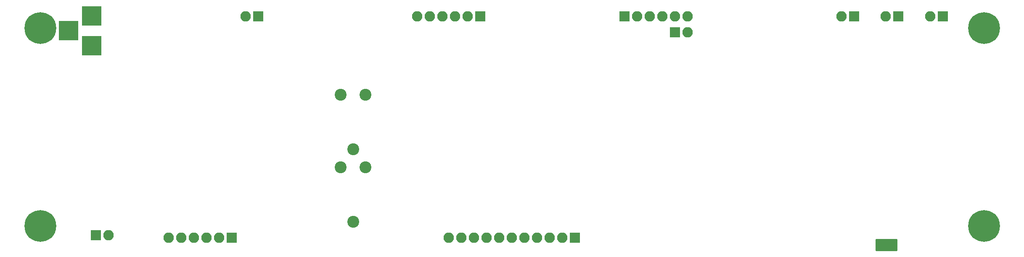
<source format=gbs>
G04 #@! TF.FileFunction,Soldermask,Bot*
%FSLAX46Y46*%
G04 Gerber Fmt 4.6, Leading zero omitted, Abs format (unit mm)*
G04 Created by KiCad (PCBNEW 4.0.5) date Sunday, August 20, 2017 'PMt' 09:04:34 PM*
%MOMM*%
%LPD*%
G01*
G04 APERTURE LIST*
%ADD10C,0.100000*%
%ADD11C,6.400000*%
%ADD12C,1.000000*%
%ADD13C,2.400000*%
%ADD14R,3.900000X3.900000*%
%ADD15R,2.100000X2.100000*%
%ADD16O,2.100000X2.100000*%
%ADD17C,0.254000*%
G04 APERTURE END LIST*
D10*
D11*
X233760000Y-68627000D03*
D12*
X231510000Y-68627000D03*
X232169010Y-67036010D03*
X233760000Y-66377000D03*
X235350990Y-67036010D03*
X236010000Y-68627000D03*
X235350990Y-70217990D03*
X233760000Y-70877000D03*
X232169010Y-70217990D03*
D13*
X106730800Y-93091000D03*
X104230800Y-82091000D03*
X109230800Y-82091000D03*
X106730800Y-107735000D03*
X104230800Y-96735000D03*
X109230800Y-96735000D03*
D14*
X54143000Y-72150000D03*
X54143000Y-66150000D03*
X49443000Y-69150000D03*
D15*
X82296000Y-110998000D03*
D16*
X79756000Y-110998000D03*
X77216000Y-110998000D03*
X74676000Y-110998000D03*
X72136000Y-110998000D03*
X69596000Y-110998000D03*
D15*
X87630000Y-66294000D03*
D16*
X85090000Y-66294000D03*
D15*
X225488500Y-66294000D03*
D16*
X222948500Y-66294000D03*
D15*
X216471500Y-66294000D03*
D16*
X213931500Y-66294000D03*
D15*
X207581500Y-66294000D03*
D16*
X205041500Y-66294000D03*
D15*
X151384000Y-110998000D03*
D16*
X148844000Y-110998000D03*
X146304000Y-110998000D03*
X143764000Y-110998000D03*
X141224000Y-110998000D03*
X138684000Y-110998000D03*
X136144000Y-110998000D03*
X133604000Y-110998000D03*
X131064000Y-110998000D03*
X128524000Y-110998000D03*
X125984000Y-110998000D03*
D15*
X132334000Y-66294000D03*
D16*
X129794000Y-66294000D03*
X127254000Y-66294000D03*
X124714000Y-66294000D03*
X122174000Y-66294000D03*
X119634000Y-66294000D03*
D15*
X161417000Y-66294000D03*
D16*
X163957000Y-66294000D03*
X166497000Y-66294000D03*
X169037000Y-66294000D03*
X171577000Y-66294000D03*
X174117000Y-66294000D03*
D15*
X54991000Y-110490000D03*
D16*
X57531000Y-110490000D03*
D15*
X171577000Y-69469000D03*
D16*
X174117000Y-69469000D03*
D11*
X43760000Y-68627000D03*
D12*
X41510000Y-68627000D03*
X42169010Y-67036010D03*
X43760000Y-66377000D03*
X45350990Y-67036010D03*
X46010000Y-68627000D03*
X45350990Y-70217990D03*
X43760000Y-70877000D03*
X42169010Y-70217990D03*
D11*
X43760000Y-108627000D03*
D12*
X41510000Y-108627000D03*
X42169010Y-107036010D03*
X43760000Y-106377000D03*
X45350990Y-107036010D03*
X46010000Y-108627000D03*
X45350990Y-110217990D03*
X43760000Y-110877000D03*
X42169010Y-110217990D03*
D11*
X233760000Y-108627000D03*
D12*
X231510000Y-108627000D03*
X232169010Y-107036010D03*
X233760000Y-106377000D03*
X235350990Y-107036010D03*
X236010000Y-108627000D03*
X235350990Y-110217990D03*
X233760000Y-110877000D03*
X232169010Y-110217990D03*
D17*
G36*
X216186000Y-113496000D02*
X211995000Y-113496000D01*
X211995000Y-111337000D01*
X216186000Y-111337000D01*
X216186000Y-113496000D01*
X216186000Y-113496000D01*
G37*
X216186000Y-113496000D02*
X211995000Y-113496000D01*
X211995000Y-111337000D01*
X216186000Y-111337000D01*
X216186000Y-113496000D01*
M02*

</source>
